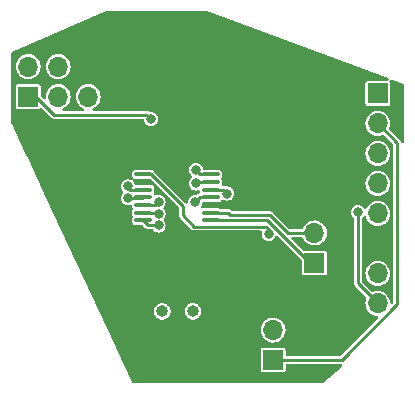
<source format=gbr>
%TF.GenerationSoftware,KiCad,Pcbnew,(6.0.7-1)-1*%
%TF.CreationDate,2023-01-22T12:43:28-05:00*%
%TF.ProjectId,atmega328,61746d65-6761-4333-9238-2e6b69636164,rev?*%
%TF.SameCoordinates,Original*%
%TF.FileFunction,Copper,L2,Bot*%
%TF.FilePolarity,Positive*%
%FSLAX46Y46*%
G04 Gerber Fmt 4.6, Leading zero omitted, Abs format (unit mm)*
G04 Created by KiCad (PCBNEW (6.0.7-1)-1) date 2023-01-22 12:43:28*
%MOMM*%
%LPD*%
G01*
G04 APERTURE LIST*
G04 Aperture macros list*
%AMRoundRect*
0 Rectangle with rounded corners*
0 $1 Rounding radius*
0 $2 $3 $4 $5 $6 $7 $8 $9 X,Y pos of 4 corners*
0 Add a 4 corners polygon primitive as box body*
4,1,4,$2,$3,$4,$5,$6,$7,$8,$9,$2,$3,0*
0 Add four circle primitives for the rounded corners*
1,1,$1+$1,$2,$3*
1,1,$1+$1,$4,$5*
1,1,$1+$1,$6,$7*
1,1,$1+$1,$8,$9*
0 Add four rect primitives between the rounded corners*
20,1,$1+$1,$2,$3,$4,$5,0*
20,1,$1+$1,$4,$5,$6,$7,0*
20,1,$1+$1,$6,$7,$8,$9,0*
20,1,$1+$1,$8,$9,$2,$3,0*%
G04 Aperture macros list end*
%TA.AperFunction,ComponentPad*%
%ADD10R,1.700000X1.700000*%
%TD*%
%TA.AperFunction,ComponentPad*%
%ADD11O,1.700000X1.700000*%
%TD*%
%TA.AperFunction,ComponentPad*%
%ADD12O,1.000000X1.000000*%
%TD*%
%TA.AperFunction,SMDPad,CuDef*%
%ADD13RoundRect,0.100000X0.637500X0.100000X-0.637500X0.100000X-0.637500X-0.100000X0.637500X-0.100000X0*%
%TD*%
%TA.AperFunction,ViaPad*%
%ADD14C,0.800000*%
%TD*%
%TA.AperFunction,Conductor*%
%ADD15C,0.250000*%
%TD*%
G04 APERTURE END LIST*
D10*
%TO.P,J3,1,Pin_1*%
%TO.N,TRM1*%
X153000000Y-118350000D03*
D11*
%TO.P,J3,2,Pin_2*%
%TO.N,TRM2*%
X153000000Y-115810000D03*
%TD*%
D10*
%TO.P,J1,1,Pin_1*%
%TO.N,A*%
X156500000Y-110125000D03*
D11*
%TO.P,J1,2,Pin_2*%
%TO.N,B*%
X156500000Y-107585000D03*
%TD*%
D12*
%TO.P,REF\u002A\u002A,1*%
%TO.N,N/C*%
X146225000Y-114225000D03*
%TD*%
D10*
%TO.P,J5,1,Pin_1*%
%TO.N,Vin*%
X161867860Y-95778570D03*
D11*
%TO.P,J5,2,Pin_2*%
%TO.N,TRM1*%
X161867860Y-98318570D03*
%TO.P,J5,3,Pin_3*%
%TO.N,U*%
X161867860Y-100858570D03*
%TO.P,J5,4,Pin_4*%
%TO.N,V*%
X161867860Y-103398570D03*
%TO.P,J5,5,Pin_5*%
%TO.N,W*%
X161867860Y-105938570D03*
%TO.P,J5,6,Pin_6*%
%TO.N,GND*%
X161867860Y-108478570D03*
%TO.P,J5,7,Pin_7*%
%TO.N,TRM2*%
X161867860Y-111018570D03*
%TO.P,J5,8,Pin_8*%
%TO.N,PWM*%
X161867860Y-113558570D03*
%TD*%
D12*
%TO.P,REF\u002A\u002A,1*%
%TO.N,N/C*%
X143625000Y-114225000D03*
%TD*%
D10*
%TO.P,PRG1,1,Pin_1*%
%TO.N,MISO*%
X132260000Y-96050000D03*
D11*
%TO.P,PRG1,2,Pin_2*%
%TO.N,VCC*%
X132260000Y-93510000D03*
%TO.P,PRG1,3,Pin_3*%
%TO.N,SCK*%
X134800000Y-96050000D03*
%TO.P,PRG1,4,Pin_4*%
%TO.N,MOSI*%
X134800000Y-93510000D03*
%TO.P,PRG1,5,Pin_5*%
%TO.N,CS*%
X137340000Y-96050000D03*
%TO.P,PRG1,6,Pin_6*%
%TO.N,GND*%
X137340000Y-93510000D03*
%TD*%
D13*
%TO.P,U1,1,~{CS}*%
%TO.N,CS*%
X147725000Y-102625000D03*
%TO.P,U1,2,CLK*%
%TO.N,SCK*%
X147725000Y-103275000D03*
%TO.P,U1,3,MISO*%
%TO.N,MISO*%
X147725000Y-103925000D03*
%TO.P,U1,4,MOSI*%
%TO.N,MOSI*%
X147725000Y-104575000D03*
%TO.P,U1,5,TST*%
%TO.N,GND*%
X147725000Y-105225000D03*
%TO.P,U1,6,B*%
%TO.N,B*%
X147725000Y-105875000D03*
%TO.P,U1,7,A*%
%TO.N,A*%
X147725000Y-106525000D03*
%TO.P,U1,8,W/PWM*%
%TO.N,W*%
X142000000Y-106525000D03*
%TO.P,U1,9,V*%
%TO.N,V*%
X142000000Y-105875000D03*
%TO.P,U1,10,U*%
%TO.N,U*%
X142000000Y-105225000D03*
%TO.P,U1,11,VDD*%
%TO.N,VCC*%
X142000000Y-104575000D03*
%TO.P,U1,12,VDD3V3*%
%TO.N,Net-(U1-Pad12)*%
X142000000Y-103925000D03*
%TO.P,U1,13,GND*%
%TO.N,GND*%
X142000000Y-103275000D03*
%TO.P,U1,14,I/PWM*%
%TO.N,PWM*%
X142000000Y-102625000D03*
%TD*%
D14*
%TO.N,GND*%
X145325000Y-117425000D03*
X158200000Y-94200000D03*
X158200000Y-96200000D03*
X158900000Y-116625000D03*
X138150000Y-106850000D03*
X144475000Y-117425000D03*
X138250000Y-100500000D03*
X139425000Y-90000000D03*
X154750000Y-100250000D03*
%TO.N,MISO*%
X142655497Y-97944503D03*
X149100000Y-104250000D03*
%TO.N,SCK*%
X146450000Y-103400000D03*
%TO.N,MOSI*%
X146403314Y-104979429D03*
%TO.N,VCC*%
X140702533Y-104648121D03*
%TO.N,Net-(U1-Pad12)*%
X140718792Y-103648753D03*
%TO.N,U*%
X143300000Y-104950000D03*
%TO.N,V*%
X143300000Y-105949503D03*
%TO.N,W*%
X143300000Y-106949006D03*
%TO.N,PWM*%
X152625000Y-107650000D03*
X160175000Y-105825000D03*
%TO.N,CS*%
X146450000Y-102250000D03*
%TD*%
D15*
%TO.N,MISO*%
X132925000Y-96050000D02*
X134450000Y-97575000D01*
X134450000Y-97575000D02*
X142275000Y-97575000D01*
X147725000Y-103925000D02*
X148775000Y-103925000D01*
X142275000Y-97575000D02*
X142650000Y-97950000D01*
X132260000Y-96050000D02*
X132925000Y-96050000D01*
X142650000Y-97950000D02*
X142655497Y-97944503D01*
X148775000Y-103925000D02*
X149100000Y-104250000D01*
%TO.N,SCK*%
X147725000Y-103275000D02*
X146575000Y-103275000D01*
X146575000Y-103275000D02*
X146450000Y-103400000D01*
%TO.N,MOSI*%
X147725000Y-104575000D02*
X146807743Y-104575000D01*
X146807743Y-104575000D02*
X146403314Y-104979429D01*
%TO.N,VCC*%
X140702533Y-104648121D02*
X141926879Y-104648121D01*
X141926879Y-104648121D02*
X142000000Y-104575000D01*
%TO.N,A*%
X147725000Y-106525000D02*
X152525000Y-106525000D01*
X152525000Y-106525000D02*
X156125000Y-110125000D01*
X156125000Y-110125000D02*
X156500000Y-110125000D01*
%TO.N,B*%
X152725000Y-106075000D02*
X154235000Y-107585000D01*
X149350000Y-106075000D02*
X152725000Y-106075000D01*
X147725000Y-105875000D02*
X149150000Y-105875000D01*
X149150000Y-105875000D02*
X149350000Y-106075000D01*
X154235000Y-107585000D02*
X156500000Y-107585000D01*
%TO.N,TRM1*%
X161867860Y-98318570D02*
X163504303Y-99955013D01*
X163504303Y-99955013D02*
X163504303Y-113645697D01*
X158800000Y-118350000D02*
X153000000Y-118350000D01*
X163504303Y-113645697D02*
X158800000Y-118350000D01*
%TO.N,Net-(U1-Pad12)*%
X142000000Y-103925000D02*
X140925000Y-103925000D01*
X140718792Y-103718792D02*
X140718792Y-103648753D01*
X140925000Y-103925000D02*
X140718792Y-103718792D01*
%TO.N,U*%
X143025000Y-105225000D02*
X143300000Y-104950000D01*
X142000000Y-105225000D02*
X143025000Y-105225000D01*
%TO.N,V*%
X142000000Y-105875000D02*
X143225497Y-105875000D01*
X143225497Y-105875000D02*
X143300000Y-105949503D01*
%TO.N,W*%
X142000000Y-106525000D02*
X142424006Y-106949006D01*
X142424006Y-106949006D02*
X143300000Y-106949006D01*
%TO.N,PWM*%
X160175000Y-111865710D02*
X160175000Y-105825000D01*
X145375000Y-105311459D02*
X145375000Y-106100000D01*
X145375000Y-106100000D02*
X146325000Y-107050000D01*
X142688541Y-102625000D02*
X145375000Y-105311459D01*
X161867860Y-113558570D02*
X160175000Y-111865710D01*
X152644302Y-107630698D02*
X152625000Y-107650000D01*
X152644302Y-107280698D02*
X152644302Y-107630698D01*
X142000000Y-102625000D02*
X142688541Y-102625000D01*
X146325000Y-107050000D02*
X152413604Y-107050000D01*
X152413604Y-107050000D02*
X152644302Y-107280698D01*
%TO.N,CS*%
X146825000Y-102625000D02*
X146450000Y-102250000D01*
X147725000Y-102625000D02*
X146825000Y-102625000D01*
%TD*%
%TA.AperFunction,Conductor*%
%TO.N,GND*%
G36*
X147362228Y-88812489D02*
G01*
X162695706Y-94483894D01*
X162752657Y-94526286D01*
X162777650Y-94592738D01*
X162762748Y-94662153D01*
X162712683Y-94712492D01*
X162651996Y-94728070D01*
X160998112Y-94728070D01*
X160992044Y-94729277D01*
X160951799Y-94737282D01*
X160951798Y-94737282D01*
X160939629Y-94739703D01*
X160873308Y-94784018D01*
X160828993Y-94850339D01*
X160817360Y-94908822D01*
X160817360Y-96648318D01*
X160828993Y-96706801D01*
X160873308Y-96773122D01*
X160939629Y-96817437D01*
X160951798Y-96819858D01*
X160951799Y-96819858D01*
X160992044Y-96827863D01*
X160998112Y-96829070D01*
X162737608Y-96829070D01*
X162743676Y-96827863D01*
X162783921Y-96819858D01*
X162783922Y-96819858D01*
X162796091Y-96817437D01*
X162862412Y-96773122D01*
X162906727Y-96706801D01*
X162918360Y-96648318D01*
X162918360Y-94908822D01*
X162906727Y-94850339D01*
X162866522Y-94790169D01*
X162845307Y-94722416D01*
X162864090Y-94653949D01*
X162916906Y-94606505D01*
X162986989Y-94595148D01*
X163014995Y-94601990D01*
X163177656Y-94662153D01*
X164008372Y-94969411D01*
X164065324Y-95011803D01*
X164090316Y-95078255D01*
X164090661Y-95088179D01*
X164070544Y-99373449D01*
X164068354Y-99839840D01*
X164048032Y-99907866D01*
X163994159Y-99954106D01*
X163923838Y-99963880D01*
X163859396Y-99934084D01*
X163821294Y-99874178D01*
X163818269Y-99861127D01*
X163816805Y-99852822D01*
X163816805Y-99852821D01*
X163814891Y-99841968D01*
X163809381Y-99832424D01*
X163808188Y-99829147D01*
X163806711Y-99825979D01*
X163803857Y-99815329D01*
X163782248Y-99784469D01*
X163776342Y-99775198D01*
X163763010Y-99752107D01*
X163757497Y-99742558D01*
X163728620Y-99718328D01*
X163720518Y-99710902D01*
X162868575Y-98858959D01*
X162834549Y-98796647D01*
X162838112Y-98730092D01*
X162895264Y-98558285D01*
X162897211Y-98552433D01*
X162923031Y-98348044D01*
X162923443Y-98318570D01*
X162903340Y-98113540D01*
X162843795Y-97916319D01*
X162747078Y-97734419D01*
X162666084Y-97635111D01*
X162620766Y-97579545D01*
X162620763Y-97579542D01*
X162616871Y-97574770D01*
X162599646Y-97560520D01*
X162462885Y-97447381D01*
X162462881Y-97447379D01*
X162458135Y-97443452D01*
X162294339Y-97354888D01*
X162282334Y-97348397D01*
X162276915Y-97345467D01*
X162080114Y-97284547D01*
X162073989Y-97283903D01*
X162073988Y-97283903D01*
X161881358Y-97263657D01*
X161881356Y-97263657D01*
X161875229Y-97263013D01*
X161788389Y-97270916D01*
X161676202Y-97281125D01*
X161676199Y-97281126D01*
X161670063Y-97281684D01*
X161472432Y-97339850D01*
X161289862Y-97435296D01*
X161285061Y-97439156D01*
X161285058Y-97439158D01*
X161134114Y-97560520D01*
X161129307Y-97564385D01*
X160996884Y-97722200D01*
X160993916Y-97727598D01*
X160993913Y-97727603D01*
X160913127Y-97874554D01*
X160897636Y-97902732D01*
X160835344Y-98099102D01*
X160834658Y-98105219D01*
X160834657Y-98105223D01*
X160819572Y-98239714D01*
X160812380Y-98303832D01*
X160829619Y-98509123D01*
X160886404Y-98707156D01*
X160889219Y-98712633D01*
X160889220Y-98712636D01*
X160932396Y-98796647D01*
X160980572Y-98890388D01*
X161108537Y-99051840D01*
X161265424Y-99185361D01*
X161445258Y-99285867D01*
X161520212Y-99310221D01*
X161635331Y-99347626D01*
X161635335Y-99347627D01*
X161641189Y-99349529D01*
X161845754Y-99373921D01*
X161851889Y-99373449D01*
X161851891Y-99373449D01*
X161907899Y-99369139D01*
X162051160Y-99358116D01*
X162057090Y-99356460D01*
X162057092Y-99356460D01*
X162243657Y-99304370D01*
X162243656Y-99304370D01*
X162249585Y-99302715D01*
X162255081Y-99299939D01*
X162262582Y-99296150D01*
X162332404Y-99283291D01*
X162398095Y-99310221D01*
X162408486Y-99319522D01*
X163141898Y-100052934D01*
X163175924Y-100115246D01*
X163178803Y-100142029D01*
X163178803Y-113458681D01*
X163158801Y-113526802D01*
X163141898Y-113547776D01*
X163130469Y-113559205D01*
X163068157Y-113593231D01*
X162997342Y-113588166D01*
X162940506Y-113545619D01*
X162915975Y-113482405D01*
X162903941Y-113359673D01*
X162903340Y-113353540D01*
X162843795Y-113156319D01*
X162747078Y-112974419D01*
X162673719Y-112884472D01*
X162620766Y-112819545D01*
X162620763Y-112819542D01*
X162616871Y-112814770D01*
X162562292Y-112769618D01*
X162462885Y-112687381D01*
X162462881Y-112687379D01*
X162458135Y-112683452D01*
X162276915Y-112585467D01*
X162080114Y-112524547D01*
X162073989Y-112523903D01*
X162073988Y-112523903D01*
X161881358Y-112503657D01*
X161881356Y-112503657D01*
X161875229Y-112503013D01*
X161788389Y-112510916D01*
X161676202Y-112521125D01*
X161676199Y-112521126D01*
X161670063Y-112521684D01*
X161472432Y-112579850D01*
X161466968Y-112582707D01*
X161462641Y-112584455D01*
X161391988Y-112591430D01*
X161326342Y-112556726D01*
X160537405Y-111767789D01*
X160503379Y-111705477D01*
X160500500Y-111678694D01*
X160500500Y-111003832D01*
X160812380Y-111003832D01*
X160812896Y-111009976D01*
X160826796Y-111175500D01*
X160829619Y-111209123D01*
X160886404Y-111407156D01*
X160889219Y-111412633D01*
X160889220Y-111412636D01*
X160910107Y-111453277D01*
X160980572Y-111590388D01*
X161108537Y-111751840D01*
X161113230Y-111755834D01*
X161113231Y-111755835D01*
X161225633Y-111851496D01*
X161265424Y-111885361D01*
X161270802Y-111888367D01*
X161270804Y-111888368D01*
X161314168Y-111912603D01*
X161445258Y-111985867D01*
X161505356Y-112005394D01*
X161635331Y-112047626D01*
X161635335Y-112047627D01*
X161641189Y-112049529D01*
X161845754Y-112073921D01*
X161851889Y-112073449D01*
X161851891Y-112073449D01*
X161914699Y-112068616D01*
X162051160Y-112058116D01*
X162057090Y-112056460D01*
X162057092Y-112056460D01*
X162207644Y-112014425D01*
X162249585Y-112002715D01*
X162255074Y-111999942D01*
X162255080Y-111999940D01*
X162427976Y-111912603D01*
X162433470Y-111909828D01*
X162453068Y-111894517D01*
X162590961Y-111786783D01*
X162595811Y-111782994D01*
X162608936Y-111767789D01*
X162726400Y-111631704D01*
X162726400Y-111631703D01*
X162730424Y-111627042D01*
X162751247Y-111590388D01*
X162829136Y-111453277D01*
X162832183Y-111447914D01*
X162897211Y-111252433D01*
X162923031Y-111048044D01*
X162923443Y-111018570D01*
X162903340Y-110813540D01*
X162843795Y-110616319D01*
X162747078Y-110434419D01*
X162673719Y-110344472D01*
X162620766Y-110279545D01*
X162620763Y-110279542D01*
X162616871Y-110274770D01*
X162599646Y-110260520D01*
X162462885Y-110147381D01*
X162462881Y-110147379D01*
X162458135Y-110143452D01*
X162276915Y-110045467D01*
X162080114Y-109984547D01*
X162073989Y-109983903D01*
X162073988Y-109983903D01*
X161881358Y-109963657D01*
X161881356Y-109963657D01*
X161875229Y-109963013D01*
X161788389Y-109970916D01*
X161676202Y-109981125D01*
X161676199Y-109981126D01*
X161670063Y-109981684D01*
X161472432Y-110039850D01*
X161289862Y-110135296D01*
X161285061Y-110139156D01*
X161285058Y-110139158D01*
X161274831Y-110147381D01*
X161129307Y-110264385D01*
X160996884Y-110422200D01*
X160993916Y-110427598D01*
X160993913Y-110427603D01*
X160987175Y-110439860D01*
X160897636Y-110602732D01*
X160835344Y-110799102D01*
X160834658Y-110805219D01*
X160834657Y-110805223D01*
X160821551Y-110922070D01*
X160812380Y-111003832D01*
X160500500Y-111003832D01*
X160500500Y-106394286D01*
X160520502Y-106326165D01*
X160549796Y-106294323D01*
X160596736Y-106258305D01*
X160603282Y-106253282D01*
X160608305Y-106246736D01*
X160608308Y-106246733D01*
X160641786Y-106203103D01*
X160699124Y-106161235D01*
X160769995Y-106157013D01*
X160831898Y-106191777D01*
X160862868Y-106245076D01*
X160882189Y-106312455D01*
X160886404Y-106327156D01*
X160889219Y-106332633D01*
X160889220Y-106332636D01*
X160977757Y-106504911D01*
X160980572Y-106510388D01*
X161108537Y-106671840D01*
X161113230Y-106675834D01*
X161113231Y-106675835D01*
X161256955Y-106798153D01*
X161265424Y-106805361D01*
X161445258Y-106905867D01*
X161504374Y-106925075D01*
X161635331Y-106967626D01*
X161635335Y-106967627D01*
X161641189Y-106969529D01*
X161845754Y-106993921D01*
X161851889Y-106993449D01*
X161851891Y-106993449D01*
X161914517Y-106988630D01*
X162051160Y-106978116D01*
X162057090Y-106976460D01*
X162057092Y-106976460D01*
X162243657Y-106924370D01*
X162243656Y-106924370D01*
X162249585Y-106922715D01*
X162255074Y-106919942D01*
X162255080Y-106919940D01*
X162427976Y-106832603D01*
X162433470Y-106829828D01*
X162471096Y-106800432D01*
X162582858Y-106713114D01*
X162595811Y-106702994D01*
X162621397Y-106673353D01*
X162726400Y-106551704D01*
X162726400Y-106551703D01*
X162730424Y-106547042D01*
X162751247Y-106510388D01*
X162797683Y-106428645D01*
X162832183Y-106367914D01*
X162897211Y-106172433D01*
X162923031Y-105968044D01*
X162923443Y-105938570D01*
X162903340Y-105733540D01*
X162843795Y-105536319D01*
X162747078Y-105354419D01*
X162664138Y-105252725D01*
X162620766Y-105199545D01*
X162620763Y-105199542D01*
X162616871Y-105194770D01*
X162589075Y-105171775D01*
X162462885Y-105067381D01*
X162462881Y-105067379D01*
X162458135Y-105063452D01*
X162320951Y-104989277D01*
X162282334Y-104968397D01*
X162276915Y-104965467D01*
X162080114Y-104904547D01*
X162073989Y-104903903D01*
X162073988Y-104903903D01*
X161881358Y-104883657D01*
X161881356Y-104883657D01*
X161875229Y-104883013D01*
X161788389Y-104890916D01*
X161676202Y-104901125D01*
X161676199Y-104901126D01*
X161670063Y-104901684D01*
X161472432Y-104959850D01*
X161466967Y-104962707D01*
X161434981Y-104979429D01*
X161289862Y-105055296D01*
X161285061Y-105059156D01*
X161285058Y-105059158D01*
X161235500Y-105099004D01*
X161129307Y-105184385D01*
X160996884Y-105342200D01*
X160993916Y-105347598D01*
X160993913Y-105347603D01*
X160932731Y-105458895D01*
X160910972Y-105498475D01*
X160908070Y-105503753D01*
X160857725Y-105553811D01*
X160788308Y-105568705D01*
X160721858Y-105543704D01*
X160697692Y-105519756D01*
X160682432Y-105499868D01*
X160622005Y-105421118D01*
X160608305Y-105403264D01*
X160603282Y-105396718D01*
X160477841Y-105300464D01*
X160331762Y-105239956D01*
X160175000Y-105219318D01*
X160018238Y-105239956D01*
X159872159Y-105300464D01*
X159746718Y-105396718D01*
X159741695Y-105403264D01*
X159727995Y-105421118D01*
X159650464Y-105522159D01*
X159589956Y-105668238D01*
X159569318Y-105825000D01*
X159589956Y-105981762D01*
X159650464Y-106127841D01*
X159684681Y-106172433D01*
X159740144Y-106244714D01*
X159746718Y-106253282D01*
X159753264Y-106258305D01*
X159800204Y-106294323D01*
X159842071Y-106351661D01*
X159849500Y-106394286D01*
X159849500Y-111846000D01*
X159849020Y-111856982D01*
X159845736Y-111894517D01*
X159855491Y-111930920D01*
X159857870Y-111941652D01*
X159864412Y-111978755D01*
X159869923Y-111988300D01*
X159871115Y-111991576D01*
X159872592Y-111994744D01*
X159875446Y-112005394D01*
X159881770Y-112014425D01*
X159897055Y-112036254D01*
X159902961Y-112045525D01*
X159909275Y-112056460D01*
X159921806Y-112078165D01*
X159930251Y-112085251D01*
X159950682Y-112102395D01*
X159958785Y-112109821D01*
X160866117Y-113017153D01*
X160900143Y-113079465D01*
X160897124Y-113144346D01*
X160835344Y-113339102D01*
X160834658Y-113345219D01*
X160834657Y-113345223D01*
X160814506Y-113524879D01*
X160812380Y-113543832D01*
X160812896Y-113549976D01*
X160826856Y-113716216D01*
X160829619Y-113749123D01*
X160831318Y-113755048D01*
X160874368Y-113905180D01*
X160886404Y-113947156D01*
X160980572Y-114130388D01*
X161108537Y-114291840D01*
X161113230Y-114295834D01*
X161113231Y-114295835D01*
X161219334Y-114386135D01*
X161265424Y-114425361D01*
X161445258Y-114525867D01*
X161540098Y-114556682D01*
X161635331Y-114587626D01*
X161635335Y-114587627D01*
X161641189Y-114589529D01*
X161647301Y-114590258D01*
X161647302Y-114590258D01*
X161793588Y-114607701D01*
X161858861Y-114635628D01*
X161898674Y-114694411D01*
X161900386Y-114765387D01*
X161867764Y-114821910D01*
X158702079Y-117987595D01*
X158639767Y-118021621D01*
X158612984Y-118024500D01*
X154176500Y-118024500D01*
X154108379Y-118004498D01*
X154061886Y-117950842D01*
X154050500Y-117898500D01*
X154050500Y-117480252D01*
X154038867Y-117421769D01*
X153994552Y-117355448D01*
X153928231Y-117311133D01*
X153916062Y-117308712D01*
X153916061Y-117308712D01*
X153875816Y-117300707D01*
X153869748Y-117299500D01*
X152130252Y-117299500D01*
X152124184Y-117300707D01*
X152083939Y-117308712D01*
X152083938Y-117308712D01*
X152071769Y-117311133D01*
X152005448Y-117355448D01*
X151961133Y-117421769D01*
X151949500Y-117480252D01*
X151949500Y-119219748D01*
X151961133Y-119278231D01*
X152005448Y-119344552D01*
X152071769Y-119388867D01*
X152083938Y-119391288D01*
X152083939Y-119391288D01*
X152124184Y-119399293D01*
X152130252Y-119400500D01*
X153869748Y-119400500D01*
X153875816Y-119399293D01*
X153916061Y-119391288D01*
X153916062Y-119391288D01*
X153928231Y-119388867D01*
X153994552Y-119344552D01*
X154038867Y-119278231D01*
X154050500Y-119219748D01*
X154050500Y-118801500D01*
X154070502Y-118733379D01*
X154124158Y-118686886D01*
X154176500Y-118675500D01*
X158734821Y-118675500D01*
X158802942Y-118695502D01*
X158849435Y-118749158D01*
X158859539Y-118819432D01*
X158830045Y-118884012D01*
X158817396Y-118896671D01*
X158313081Y-119334239D01*
X157235516Y-120269185D01*
X157170954Y-120298720D01*
X157152982Y-120300014D01*
X141171399Y-120304642D01*
X141103274Y-120284660D01*
X141057152Y-120231855D01*
X140358999Y-118733379D01*
X138990104Y-115795262D01*
X151944520Y-115795262D01*
X151961759Y-116000553D01*
X152018544Y-116198586D01*
X152021359Y-116204063D01*
X152021360Y-116204066D01*
X152042247Y-116244707D01*
X152112712Y-116381818D01*
X152240677Y-116543270D01*
X152397564Y-116676791D01*
X152577398Y-116777297D01*
X152672238Y-116808113D01*
X152767471Y-116839056D01*
X152767475Y-116839057D01*
X152773329Y-116840959D01*
X152977894Y-116865351D01*
X152984029Y-116864879D01*
X152984031Y-116864879D01*
X153040039Y-116860569D01*
X153183300Y-116849546D01*
X153189230Y-116847890D01*
X153189232Y-116847890D01*
X153375797Y-116795800D01*
X153375796Y-116795800D01*
X153381725Y-116794145D01*
X153387214Y-116791372D01*
X153387220Y-116791370D01*
X153560116Y-116704033D01*
X153565610Y-116701258D01*
X153587202Y-116684389D01*
X153723101Y-116578213D01*
X153727951Y-116574424D01*
X153862564Y-116418472D01*
X153883387Y-116381818D01*
X153961276Y-116244707D01*
X153964323Y-116239344D01*
X154029351Y-116043863D01*
X154055171Y-115839474D01*
X154055583Y-115810000D01*
X154035480Y-115604970D01*
X153975935Y-115407749D01*
X153879218Y-115225849D01*
X153805859Y-115135902D01*
X153752906Y-115070975D01*
X153752903Y-115070972D01*
X153749011Y-115066200D01*
X153609397Y-114950701D01*
X153595025Y-114938811D01*
X153595021Y-114938809D01*
X153590275Y-114934882D01*
X153409055Y-114836897D01*
X153212254Y-114775977D01*
X153206129Y-114775333D01*
X153206128Y-114775333D01*
X153013498Y-114755087D01*
X153013496Y-114755087D01*
X153007369Y-114754443D01*
X152920529Y-114762346D01*
X152808342Y-114772555D01*
X152808339Y-114772556D01*
X152802203Y-114773114D01*
X152604572Y-114831280D01*
X152422002Y-114926726D01*
X152417201Y-114930586D01*
X152417198Y-114930588D01*
X152266254Y-115051950D01*
X152261447Y-115055815D01*
X152129024Y-115213630D01*
X152126056Y-115219028D01*
X152126053Y-115219033D01*
X152119315Y-115231290D01*
X152029776Y-115394162D01*
X151967484Y-115590532D01*
X151966798Y-115596649D01*
X151966797Y-115596653D01*
X151952335Y-115725591D01*
X151944520Y-115795262D01*
X138990104Y-115795262D01*
X138255062Y-114217611D01*
X142919394Y-114217611D01*
X142937999Y-114386135D01*
X142948448Y-114414687D01*
X142988034Y-114522860D01*
X142996266Y-114545356D01*
X143000502Y-114551659D01*
X143000502Y-114551660D01*
X143013574Y-114571113D01*
X143090830Y-114686083D01*
X143096442Y-114691190D01*
X143096445Y-114691193D01*
X143210612Y-114795077D01*
X143210616Y-114795080D01*
X143216233Y-114800191D01*
X143222906Y-114803814D01*
X143222910Y-114803817D01*
X143358558Y-114877467D01*
X143358560Y-114877468D01*
X143365235Y-114881092D01*
X143372584Y-114883020D01*
X143521883Y-114922188D01*
X143521885Y-114922188D01*
X143529233Y-114924116D01*
X143615609Y-114925473D01*
X143691161Y-114926660D01*
X143691164Y-114926660D01*
X143698760Y-114926779D01*
X143706165Y-114925083D01*
X143706166Y-114925083D01*
X143766586Y-114911245D01*
X143864029Y-114888928D01*
X144015498Y-114812747D01*
X144144423Y-114702634D01*
X144243361Y-114564947D01*
X144251237Y-114545356D01*
X144303766Y-114414687D01*
X144303767Y-114414685D01*
X144306601Y-114407634D01*
X144330490Y-114239778D01*
X144330645Y-114225000D01*
X144329751Y-114217611D01*
X145519394Y-114217611D01*
X145537999Y-114386135D01*
X145548448Y-114414687D01*
X145588034Y-114522860D01*
X145596266Y-114545356D01*
X145600502Y-114551659D01*
X145600502Y-114551660D01*
X145613574Y-114571113D01*
X145690830Y-114686083D01*
X145696442Y-114691190D01*
X145696445Y-114691193D01*
X145810612Y-114795077D01*
X145810616Y-114795080D01*
X145816233Y-114800191D01*
X145822906Y-114803814D01*
X145822910Y-114803817D01*
X145958558Y-114877467D01*
X145958560Y-114877468D01*
X145965235Y-114881092D01*
X145972584Y-114883020D01*
X146121883Y-114922188D01*
X146121885Y-114922188D01*
X146129233Y-114924116D01*
X146215609Y-114925473D01*
X146291161Y-114926660D01*
X146291164Y-114926660D01*
X146298760Y-114926779D01*
X146306165Y-114925083D01*
X146306166Y-114925083D01*
X146366586Y-114911245D01*
X146464029Y-114888928D01*
X146615498Y-114812747D01*
X146744423Y-114702634D01*
X146843361Y-114564947D01*
X146851237Y-114545356D01*
X146903766Y-114414687D01*
X146903767Y-114414685D01*
X146906601Y-114407634D01*
X146930490Y-114239778D01*
X146930645Y-114225000D01*
X146928840Y-114210080D01*
X146919780Y-114135216D01*
X146910276Y-114056680D01*
X146850345Y-113898077D01*
X146844662Y-113889808D01*
X146758614Y-113764608D01*
X146758613Y-113764607D01*
X146754312Y-113758349D01*
X146742514Y-113747837D01*
X146633392Y-113650612D01*
X146633388Y-113650610D01*
X146627721Y-113645560D01*
X146601150Y-113631491D01*
X146519092Y-113588044D01*
X146477881Y-113566224D01*
X146313441Y-113524919D01*
X146305843Y-113524879D01*
X146305841Y-113524879D01*
X146228668Y-113524475D01*
X146143895Y-113524031D01*
X146136508Y-113525805D01*
X146136504Y-113525805D01*
X146000033Y-113558570D01*
X145979032Y-113563612D01*
X145972288Y-113567093D01*
X145972285Y-113567094D01*
X145921646Y-113593231D01*
X145828369Y-113641375D01*
X145700604Y-113752831D01*
X145603113Y-113891547D01*
X145541524Y-114049513D01*
X145519394Y-114217611D01*
X144329751Y-114217611D01*
X144328840Y-114210080D01*
X144319780Y-114135216D01*
X144310276Y-114056680D01*
X144250345Y-113898077D01*
X144244662Y-113889808D01*
X144158614Y-113764608D01*
X144158613Y-113764607D01*
X144154312Y-113758349D01*
X144142514Y-113747837D01*
X144033392Y-113650612D01*
X144033388Y-113650610D01*
X144027721Y-113645560D01*
X144001150Y-113631491D01*
X143919092Y-113588044D01*
X143877881Y-113566224D01*
X143713441Y-113524919D01*
X143705843Y-113524879D01*
X143705841Y-113524879D01*
X143628668Y-113524475D01*
X143543895Y-113524031D01*
X143536508Y-113525805D01*
X143536504Y-113525805D01*
X143400033Y-113558570D01*
X143379032Y-113563612D01*
X143372288Y-113567093D01*
X143372285Y-113567094D01*
X143321646Y-113593231D01*
X143228369Y-113641375D01*
X143100604Y-113752831D01*
X143003113Y-113891547D01*
X142941524Y-114049513D01*
X142919394Y-114217611D01*
X138255062Y-114217611D01*
X133796549Y-104648121D01*
X140096851Y-104648121D01*
X140117489Y-104804883D01*
X140177997Y-104950962D01*
X140274251Y-105076403D01*
X140399692Y-105172657D01*
X140545771Y-105233165D01*
X140702533Y-105253803D01*
X140710721Y-105252725D01*
X140851107Y-105234243D01*
X140859295Y-105233165D01*
X140866923Y-105230005D01*
X140866928Y-105230004D01*
X140887781Y-105221366D01*
X140958371Y-105213776D01*
X141021858Y-105245555D01*
X141058086Y-105306612D01*
X141062000Y-105337774D01*
X141062000Y-105369646D01*
X141065118Y-105395846D01*
X141068956Y-105404486D01*
X141068956Y-105404487D01*
X141110561Y-105498153D01*
X141106699Y-105499868D01*
X141121853Y-105546146D01*
X141107546Y-105601088D01*
X141110259Y-105602287D01*
X141064994Y-105704673D01*
X141062000Y-105730354D01*
X141062000Y-106019646D01*
X141065118Y-106045846D01*
X141068956Y-106054486D01*
X141068956Y-106054487D01*
X141110561Y-106148153D01*
X141106699Y-106149868D01*
X141121853Y-106196146D01*
X141107546Y-106251088D01*
X141110259Y-106252287D01*
X141064994Y-106354673D01*
X141062000Y-106380354D01*
X141062000Y-106669646D01*
X141062441Y-106673350D01*
X141062441Y-106673353D01*
X141063321Y-106680746D01*
X141065118Y-106695846D01*
X141068956Y-106704486D01*
X141068956Y-106704487D01*
X141104548Y-106784615D01*
X141110561Y-106798153D01*
X141189787Y-106877241D01*
X141200424Y-106881944D01*
X141200426Y-106881945D01*
X141247735Y-106902860D01*
X141292173Y-106922506D01*
X141317854Y-106925500D01*
X141887984Y-106925500D01*
X141956105Y-106945502D01*
X141977079Y-106962405D01*
X142179895Y-107165221D01*
X142187322Y-107173325D01*
X142211551Y-107202200D01*
X142221100Y-107207713D01*
X142244191Y-107221045D01*
X142253462Y-107226951D01*
X142284322Y-107248560D01*
X142294972Y-107251414D01*
X142298140Y-107252891D01*
X142301416Y-107254083D01*
X142310961Y-107259594D01*
X142344705Y-107265544D01*
X142348064Y-107266136D01*
X142358791Y-107268514D01*
X142395199Y-107278270D01*
X142406184Y-107277309D01*
X142406186Y-107277309D01*
X142432734Y-107274986D01*
X142443716Y-107274506D01*
X142730714Y-107274506D01*
X142798835Y-107294508D01*
X142830677Y-107323802D01*
X142863924Y-107367130D01*
X142871718Y-107377288D01*
X142997159Y-107473542D01*
X143143238Y-107534050D01*
X143300000Y-107554688D01*
X143308188Y-107553610D01*
X143448574Y-107535128D01*
X143456762Y-107534050D01*
X143602841Y-107473542D01*
X143728282Y-107377288D01*
X143736077Y-107367130D01*
X143807149Y-107274506D01*
X143824536Y-107251847D01*
X143885044Y-107105768D01*
X143905682Y-106949006D01*
X143885044Y-106792244D01*
X143824536Y-106646165D01*
X143744365Y-106541684D01*
X143732299Y-106525959D01*
X143706699Y-106459738D01*
X143720964Y-106390190D01*
X143732299Y-106372552D01*
X143819507Y-106258899D01*
X143819509Y-106258895D01*
X143824536Y-106252344D01*
X143885044Y-106106265D01*
X143905682Y-105949503D01*
X143888145Y-105816293D01*
X143886122Y-105800929D01*
X143885044Y-105792741D01*
X143824536Y-105646662D01*
X143732299Y-105526456D01*
X143706699Y-105460235D01*
X143720964Y-105390687D01*
X143732299Y-105373049D01*
X143819507Y-105259396D01*
X143819509Y-105259392D01*
X143824536Y-105252841D01*
X143885044Y-105106762D01*
X143905682Y-104950000D01*
X143885044Y-104793238D01*
X143824536Y-104647159D01*
X143728282Y-104521718D01*
X143602841Y-104425464D01*
X143456762Y-104364956D01*
X143300000Y-104344318D01*
X143143238Y-104364956D01*
X143135611Y-104368115D01*
X143135608Y-104368116D01*
X143066053Y-104396927D01*
X142995463Y-104404516D01*
X142931976Y-104372737D01*
X142902686Y-104331670D01*
X142889439Y-104301847D01*
X142893301Y-104300131D01*
X142878147Y-104253854D01*
X142892454Y-104198912D01*
X142889741Y-104197713D01*
X142917097Y-104135835D01*
X142935006Y-104095327D01*
X142938000Y-104069646D01*
X142938000Y-103780354D01*
X142934882Y-103754154D01*
X142922139Y-103725464D01*
X142894163Y-103662482D01*
X142889439Y-103651847D01*
X142878138Y-103640565D01*
X142831932Y-103594440D01*
X142810213Y-103572759D01*
X142799576Y-103568056D01*
X142799574Y-103568055D01*
X142716492Y-103531325D01*
X142716493Y-103531325D01*
X142707827Y-103527494D01*
X142682146Y-103524500D01*
X141401492Y-103524500D01*
X141333371Y-103504498D01*
X141285083Y-103446718D01*
X141280609Y-103435916D01*
X141243328Y-103345912D01*
X141147074Y-103220471D01*
X141147985Y-103219772D01*
X141117729Y-103164363D01*
X141122794Y-103093548D01*
X141165341Y-103036712D01*
X141231861Y-103011901D01*
X141273552Y-103019172D01*
X141274367Y-103016183D01*
X141283507Y-103018675D01*
X141292173Y-103022506D01*
X141317854Y-103025500D01*
X142576525Y-103025500D01*
X142644646Y-103045502D01*
X142665620Y-103062405D01*
X145012595Y-105409380D01*
X145046621Y-105471692D01*
X145049500Y-105498475D01*
X145049500Y-106080290D01*
X145049020Y-106091272D01*
X145045736Y-106128807D01*
X145054426Y-106161235D01*
X145055491Y-106165210D01*
X145057870Y-106175942D01*
X145064412Y-106213045D01*
X145069923Y-106222590D01*
X145071115Y-106225866D01*
X145072592Y-106229034D01*
X145075446Y-106239684D01*
X145084271Y-106252287D01*
X145097055Y-106270544D01*
X145102961Y-106279815D01*
X145116293Y-106302906D01*
X145121806Y-106312455D01*
X145130251Y-106319541D01*
X145150682Y-106336685D01*
X145158785Y-106344111D01*
X146080889Y-107266215D01*
X146088316Y-107274319D01*
X146112545Y-107303194D01*
X146122094Y-107308707D01*
X146145185Y-107322039D01*
X146154456Y-107327945D01*
X146185316Y-107349554D01*
X146195966Y-107352408D01*
X146199134Y-107353885D01*
X146202410Y-107355077D01*
X146211955Y-107360588D01*
X146245699Y-107366538D01*
X146249058Y-107367130D01*
X146259785Y-107369508D01*
X146296193Y-107379264D01*
X146307169Y-107378304D01*
X146307172Y-107378304D01*
X146333743Y-107375979D01*
X146344724Y-107375500D01*
X151911781Y-107375500D01*
X151979902Y-107395502D01*
X152026395Y-107449158D01*
X152036703Y-107517946D01*
X152019318Y-107650000D01*
X152039956Y-107806762D01*
X152100464Y-107952841D01*
X152196718Y-108078282D01*
X152322159Y-108174536D01*
X152468238Y-108235044D01*
X152625000Y-108255682D01*
X152633188Y-108254604D01*
X152773574Y-108236122D01*
X152781762Y-108235044D01*
X152927841Y-108174536D01*
X153053282Y-108078282D01*
X153149536Y-107952841D01*
X153177829Y-107884536D01*
X153222378Y-107829255D01*
X153289741Y-107806834D01*
X153358532Y-107824392D01*
X153383333Y-107843659D01*
X155412595Y-109872921D01*
X155446621Y-109935233D01*
X155449500Y-109962016D01*
X155449500Y-110994748D01*
X155461133Y-111053231D01*
X155505448Y-111119552D01*
X155571769Y-111163867D01*
X155583938Y-111166288D01*
X155583939Y-111166288D01*
X155624184Y-111174293D01*
X155630252Y-111175500D01*
X157369748Y-111175500D01*
X157375816Y-111174293D01*
X157416061Y-111166288D01*
X157416062Y-111166288D01*
X157428231Y-111163867D01*
X157494552Y-111119552D01*
X157538867Y-111053231D01*
X157550500Y-110994748D01*
X157550500Y-109255252D01*
X157538867Y-109196769D01*
X157494552Y-109130448D01*
X157428231Y-109086133D01*
X157416062Y-109083712D01*
X157416061Y-109083712D01*
X157375816Y-109075707D01*
X157369748Y-109074500D01*
X155630252Y-109074500D01*
X155624184Y-109075707D01*
X155616707Y-109077194D01*
X155545993Y-109070863D01*
X155503035Y-109042709D01*
X154585921Y-108125595D01*
X154551895Y-108063283D01*
X154556960Y-107992468D01*
X154599507Y-107935632D01*
X154666027Y-107910821D01*
X154675016Y-107910500D01*
X155409211Y-107910500D01*
X155477332Y-107930502D01*
X155521278Y-107978906D01*
X155596666Y-108125595D01*
X155612712Y-108156818D01*
X155740677Y-108318270D01*
X155897564Y-108451791D01*
X156077398Y-108552297D01*
X156172238Y-108583113D01*
X156267471Y-108614056D01*
X156267475Y-108614057D01*
X156273329Y-108615959D01*
X156477894Y-108640351D01*
X156484029Y-108639879D01*
X156484031Y-108639879D01*
X156540039Y-108635569D01*
X156683300Y-108624546D01*
X156689230Y-108622890D01*
X156689232Y-108622890D01*
X156875797Y-108570800D01*
X156875796Y-108570800D01*
X156881725Y-108569145D01*
X156887214Y-108566372D01*
X156887220Y-108566370D01*
X157060116Y-108479033D01*
X157065610Y-108476258D01*
X157227951Y-108349424D01*
X157362564Y-108193472D01*
X157383387Y-108156818D01*
X157401124Y-108125595D01*
X157464323Y-108014344D01*
X157529351Y-107818863D01*
X157555171Y-107614474D01*
X157555583Y-107585000D01*
X157535480Y-107379970D01*
X157475935Y-107182749D01*
X157379218Y-107000849D01*
X157282242Y-106881945D01*
X157252906Y-106845975D01*
X157252903Y-106845972D01*
X157249011Y-106841200D01*
X157209324Y-106808368D01*
X157095025Y-106713811D01*
X157095021Y-106713809D01*
X157090275Y-106709882D01*
X156909055Y-106611897D01*
X156712254Y-106550977D01*
X156706129Y-106550333D01*
X156706128Y-106550333D01*
X156513498Y-106530087D01*
X156513496Y-106530087D01*
X156507369Y-106529443D01*
X156420529Y-106537346D01*
X156308342Y-106547555D01*
X156308339Y-106547556D01*
X156302203Y-106548114D01*
X156104572Y-106606280D01*
X155922002Y-106701726D01*
X155917201Y-106705586D01*
X155917198Y-106705588D01*
X155767387Y-106826039D01*
X155761447Y-106830815D01*
X155629024Y-106988630D01*
X155626056Y-106994028D01*
X155626053Y-106994033D01*
X155569128Y-107097580D01*
X155529776Y-107169162D01*
X155527914Y-107175031D01*
X155525485Y-107180699D01*
X155523458Y-107179830D01*
X155489342Y-107230481D01*
X155424140Y-107258575D01*
X155408901Y-107259500D01*
X154422017Y-107259500D01*
X154353896Y-107239498D01*
X154332922Y-107222595D01*
X152969110Y-105858784D01*
X152961683Y-105850680D01*
X152937455Y-105821806D01*
X152927906Y-105816293D01*
X152904815Y-105802961D01*
X152895544Y-105797055D01*
X152873715Y-105781770D01*
X152864684Y-105775446D01*
X152854034Y-105772592D01*
X152850866Y-105771115D01*
X152847590Y-105769923D01*
X152838045Y-105764412D01*
X152804301Y-105758462D01*
X152800942Y-105757870D01*
X152790215Y-105755492D01*
X152753807Y-105745736D01*
X152742822Y-105746697D01*
X152742820Y-105746697D01*
X152716272Y-105749020D01*
X152705290Y-105749500D01*
X149537016Y-105749500D01*
X149468895Y-105729498D01*
X149447921Y-105712595D01*
X149394111Y-105658785D01*
X149386684Y-105650681D01*
X149369541Y-105630251D01*
X149369542Y-105630251D01*
X149362455Y-105621806D01*
X149352906Y-105616293D01*
X149329815Y-105602961D01*
X149320544Y-105597055D01*
X149289684Y-105575446D01*
X149279034Y-105572592D01*
X149275866Y-105571115D01*
X149272590Y-105569923D01*
X149263045Y-105564412D01*
X149229301Y-105558462D01*
X149225942Y-105557870D01*
X149215215Y-105555492D01*
X149178807Y-105545736D01*
X149167822Y-105546697D01*
X149167820Y-105546697D01*
X149141272Y-105549020D01*
X149130290Y-105549500D01*
X148609501Y-105549500D01*
X148540651Y-105528188D01*
X148535213Y-105522759D01*
X148432827Y-105477494D01*
X148407146Y-105474500D01*
X147042854Y-105474500D01*
X147040681Y-105474759D01*
X146971811Y-105458895D01*
X146922225Y-105408084D01*
X146907981Y-105338531D01*
X146924059Y-105287210D01*
X146927850Y-105282270D01*
X146939642Y-105253803D01*
X146985198Y-105143820D01*
X146988358Y-105136191D01*
X146995090Y-105085053D01*
X147023812Y-105020127D01*
X147083077Y-104981035D01*
X147120012Y-104975500D01*
X148407146Y-104975500D01*
X148410850Y-104975059D01*
X148410853Y-104975059D01*
X148418246Y-104974179D01*
X148433346Y-104972382D01*
X148465302Y-104958188D01*
X148525018Y-104931663D01*
X148535653Y-104926939D01*
X148614741Y-104847713D01*
X148619444Y-104837074D01*
X148619446Y-104837072D01*
X148621315Y-104832844D01*
X148667154Y-104778629D01*
X148735027Y-104757803D01*
X148796192Y-104773794D01*
X148797159Y-104774536D01*
X148943238Y-104835044D01*
X149100000Y-104855682D01*
X149108188Y-104854604D01*
X149117372Y-104853395D01*
X149256762Y-104835044D01*
X149402841Y-104774536D01*
X149528282Y-104678282D01*
X149624536Y-104552841D01*
X149685044Y-104406762D01*
X149689391Y-104373747D01*
X149702332Y-104275446D01*
X149705682Y-104250000D01*
X149685044Y-104093238D01*
X149624536Y-103947159D01*
X149528282Y-103821718D01*
X149402841Y-103725464D01*
X149256762Y-103664956D01*
X149184724Y-103655472D01*
X149108188Y-103645396D01*
X149100000Y-103644318D01*
X149015279Y-103655472D01*
X148945130Y-103644533D01*
X148926566Y-103633766D01*
X148914684Y-103625446D01*
X148904034Y-103622592D01*
X148900866Y-103621115D01*
X148897590Y-103619923D01*
X148888045Y-103614412D01*
X148854301Y-103608462D01*
X148850942Y-103607870D01*
X148840215Y-103605492D01*
X148803807Y-103595736D01*
X148792820Y-103596697D01*
X148781844Y-103595737D01*
X148781957Y-103594440D01*
X148723474Y-103582688D01*
X148672481Y-103533290D01*
X148656289Y-103464164D01*
X148658961Y-103447690D01*
X148660006Y-103445327D01*
X148663000Y-103419646D01*
X148663000Y-103383832D01*
X160812380Y-103383832D01*
X160812896Y-103389976D01*
X160829079Y-103582688D01*
X160829619Y-103589123D01*
X160831318Y-103595048D01*
X160884454Y-103780354D01*
X160886404Y-103787156D01*
X160889219Y-103792633D01*
X160889220Y-103792636D01*
X160977757Y-103964911D01*
X160980572Y-103970388D01*
X161108537Y-104131840D01*
X161113230Y-104135834D01*
X161113231Y-104135835D01*
X161253517Y-104255227D01*
X161265424Y-104265361D01*
X161270802Y-104268367D01*
X161270804Y-104268368D01*
X161327637Y-104300131D01*
X161445258Y-104365867D01*
X161533027Y-104394385D01*
X161635331Y-104427626D01*
X161635335Y-104427627D01*
X161641189Y-104429529D01*
X161845754Y-104453921D01*
X161851889Y-104453449D01*
X161851891Y-104453449D01*
X161907899Y-104449139D01*
X162051160Y-104438116D01*
X162057090Y-104436460D01*
X162057092Y-104436460D01*
X162198683Y-104396927D01*
X162249585Y-104382715D01*
X162255074Y-104379942D01*
X162255080Y-104379940D01*
X162412911Y-104300213D01*
X162433470Y-104289828D01*
X162489906Y-104245736D01*
X162590961Y-104166783D01*
X162595811Y-104162994D01*
X162625970Y-104128055D01*
X162726400Y-104011704D01*
X162726400Y-104011703D01*
X162730424Y-104007042D01*
X162744968Y-103981441D01*
X162829136Y-103833277D01*
X162832183Y-103827914D01*
X162897211Y-103632433D01*
X162923031Y-103428044D01*
X162923443Y-103398570D01*
X162903340Y-103193540D01*
X162843795Y-102996319D01*
X162747078Y-102814419D01*
X162636047Y-102678282D01*
X162620766Y-102659545D01*
X162620763Y-102659542D01*
X162616871Y-102654770D01*
X162599646Y-102640520D01*
X162462885Y-102527381D01*
X162462881Y-102527379D01*
X162458135Y-102523452D01*
X162276915Y-102425467D01*
X162080114Y-102364547D01*
X162073989Y-102363903D01*
X162073988Y-102363903D01*
X161881358Y-102343657D01*
X161881356Y-102343657D01*
X161875229Y-102343013D01*
X161788389Y-102350916D01*
X161676202Y-102361125D01*
X161676199Y-102361126D01*
X161670063Y-102361684D01*
X161472432Y-102419850D01*
X161289862Y-102515296D01*
X161285061Y-102519156D01*
X161285058Y-102519158D01*
X161274831Y-102527381D01*
X161129307Y-102644385D01*
X160996884Y-102802200D01*
X160993916Y-102807598D01*
X160993913Y-102807603D01*
X160943716Y-102898912D01*
X160897636Y-102982732D01*
X160835344Y-103179102D01*
X160834658Y-103185219D01*
X160834657Y-103185223D01*
X160813067Y-103377707D01*
X160812380Y-103383832D01*
X148663000Y-103383832D01*
X148663000Y-103130354D01*
X148659882Y-103104154D01*
X148653131Y-103088954D01*
X148614439Y-103001847D01*
X148618301Y-103000132D01*
X148603147Y-102953854D01*
X148617454Y-102898912D01*
X148614741Y-102897713D01*
X148634399Y-102853247D01*
X148660006Y-102795327D01*
X148663000Y-102769646D01*
X148663000Y-102480354D01*
X148659882Y-102454154D01*
X148646331Y-102423645D01*
X148619163Y-102362482D01*
X148614439Y-102351847D01*
X148535213Y-102272759D01*
X148524576Y-102268056D01*
X148524574Y-102268055D01*
X148465038Y-102241735D01*
X148432827Y-102227494D01*
X148407146Y-102224500D01*
X147162824Y-102224500D01*
X147094703Y-102204498D01*
X147048210Y-102150842D01*
X147037902Y-102114947D01*
X147036122Y-102101426D01*
X147035044Y-102093238D01*
X146974536Y-101947159D01*
X146878282Y-101821718D01*
X146752841Y-101725464D01*
X146606762Y-101664956D01*
X146450000Y-101644318D01*
X146293238Y-101664956D01*
X146147159Y-101725464D01*
X146021718Y-101821718D01*
X145925464Y-101947159D01*
X145864956Y-102093238D01*
X145844318Y-102250000D01*
X145864956Y-102406762D01*
X145868116Y-102414391D01*
X145870377Y-102419850D01*
X145925464Y-102552841D01*
X146021718Y-102678282D01*
X146028264Y-102683305D01*
X146028268Y-102683309D01*
X146082650Y-102725038D01*
X146124517Y-102782376D01*
X146128739Y-102853247D01*
X146093975Y-102915150D01*
X146082650Y-102924962D01*
X146028268Y-102966691D01*
X146028264Y-102966695D01*
X146021718Y-102971718D01*
X146016695Y-102978264D01*
X146002841Y-102996319D01*
X145925464Y-103097159D01*
X145864956Y-103243238D01*
X145844318Y-103400000D01*
X145864956Y-103556762D01*
X145925464Y-103702841D01*
X146021718Y-103828282D01*
X146147159Y-103924536D01*
X146244633Y-103964911D01*
X146280448Y-103979746D01*
X146293238Y-103985044D01*
X146450000Y-104005682D01*
X146458188Y-104004604D01*
X146598574Y-103986122D01*
X146606762Y-103985044D01*
X146615256Y-103981526D01*
X146616044Y-103981441D01*
X146622370Y-103979746D01*
X146622634Y-103980732D01*
X146685843Y-103973934D01*
X146749332Y-104005711D01*
X146785562Y-104066767D01*
X146788594Y-104083040D01*
X146790118Y-104095846D01*
X146793959Y-104104492D01*
X146794614Y-104106877D01*
X146793382Y-104177863D01*
X146753968Y-104236915D01*
X146714640Y-104255227D01*
X146715914Y-104258727D01*
X146705552Y-104262498D01*
X146694698Y-104264412D01*
X146685154Y-104269922D01*
X146681877Y-104271115D01*
X146678709Y-104272592D01*
X146668059Y-104275446D01*
X146659028Y-104281770D01*
X146637199Y-104297055D01*
X146627928Y-104302961D01*
X146604837Y-104316293D01*
X146595288Y-104321806D01*
X146581376Y-104338386D01*
X146522266Y-104377713D01*
X146468409Y-104382317D01*
X146403314Y-104373747D01*
X146246552Y-104394385D01*
X146100473Y-104454893D01*
X145975032Y-104551147D01*
X145878778Y-104676588D01*
X145818270Y-104822667D01*
X145817192Y-104830855D01*
X145813889Y-104855945D01*
X145797632Y-104979429D01*
X145796189Y-104979239D01*
X145778708Y-105038774D01*
X145725052Y-105085267D01*
X145654778Y-105095371D01*
X145590198Y-105065877D01*
X145583615Y-105059748D01*
X142932652Y-102408785D01*
X142925226Y-102400682D01*
X142902544Y-102373651D01*
X142895225Y-102364026D01*
X142894161Y-102362478D01*
X142889439Y-102351847D01*
X142810213Y-102272759D01*
X142799576Y-102268056D01*
X142799574Y-102268055D01*
X142740038Y-102241735D01*
X142707827Y-102227494D01*
X142682146Y-102224500D01*
X141317854Y-102224500D01*
X141314150Y-102224941D01*
X141314147Y-102224941D01*
X141306754Y-102225821D01*
X141291654Y-102227618D01*
X141283014Y-102231456D01*
X141283013Y-102231456D01*
X141222831Y-102258188D01*
X141189347Y-102273061D01*
X141110259Y-102352287D01*
X141105556Y-102362924D01*
X141105555Y-102362926D01*
X141085281Y-102408785D01*
X141064994Y-102454673D01*
X141062000Y-102480354D01*
X141062000Y-102769646D01*
X141065118Y-102795846D01*
X141068956Y-102804486D01*
X141068956Y-102804487D01*
X141100483Y-102875464D01*
X141110561Y-102898153D01*
X141118795Y-102906373D01*
X141125384Y-102915960D01*
X141121962Y-102918312D01*
X141145455Y-102961274D01*
X141140434Y-103032092D01*
X141097922Y-103088954D01*
X141031418Y-103113806D01*
X140974133Y-103104542D01*
X140973197Y-103104154D01*
X140875554Y-103063709D01*
X140718792Y-103043071D01*
X140562030Y-103063709D01*
X140415951Y-103124217D01*
X140290510Y-103220471D01*
X140194256Y-103345912D01*
X140133748Y-103491991D01*
X140113110Y-103648753D01*
X140114188Y-103656941D01*
X140130436Y-103780354D01*
X140133748Y-103805515D01*
X140194256Y-103951594D01*
X140199284Y-103958147D01*
X140199286Y-103958150D01*
X140278846Y-104061835D01*
X140304447Y-104128055D01*
X140290182Y-104197604D01*
X140273926Y-104219590D01*
X140274251Y-104219839D01*
X140177997Y-104345280D01*
X140117489Y-104491359D01*
X140096851Y-104648121D01*
X133796549Y-104648121D01*
X132294826Y-101424911D01*
X132024096Y-100843832D01*
X160812380Y-100843832D01*
X160829619Y-101049123D01*
X160886404Y-101247156D01*
X160889219Y-101252633D01*
X160889220Y-101252636D01*
X160910107Y-101293277D01*
X160980572Y-101430388D01*
X161108537Y-101591840D01*
X161113230Y-101595834D01*
X161113231Y-101595835D01*
X161193182Y-101663878D01*
X161265424Y-101725361D01*
X161445258Y-101825867D01*
X161540098Y-101856682D01*
X161635331Y-101887626D01*
X161635335Y-101887627D01*
X161641189Y-101889529D01*
X161845754Y-101913921D01*
X161851889Y-101913449D01*
X161851891Y-101913449D01*
X161907899Y-101909139D01*
X162051160Y-101898116D01*
X162057090Y-101896460D01*
X162057092Y-101896460D01*
X162243657Y-101844370D01*
X162243656Y-101844370D01*
X162249585Y-101842715D01*
X162255074Y-101839942D01*
X162255080Y-101839940D01*
X162427976Y-101752603D01*
X162433470Y-101749828D01*
X162458221Y-101730491D01*
X162542102Y-101664956D01*
X162595811Y-101622994D01*
X162658994Y-101549796D01*
X162726400Y-101471704D01*
X162726400Y-101471703D01*
X162730424Y-101467042D01*
X162751247Y-101430388D01*
X162829136Y-101293277D01*
X162832183Y-101287914D01*
X162897211Y-101092433D01*
X162923031Y-100888044D01*
X162923443Y-100858570D01*
X162903340Y-100653540D01*
X162843795Y-100456319D01*
X162747078Y-100274419D01*
X162639103Y-100142029D01*
X162620766Y-100119545D01*
X162620763Y-100119542D01*
X162616871Y-100114770D01*
X162586735Y-100089839D01*
X162462885Y-99987381D01*
X162462881Y-99987379D01*
X162458135Y-99983452D01*
X162276915Y-99885467D01*
X162080114Y-99824547D01*
X162073989Y-99823903D01*
X162073988Y-99823903D01*
X161881358Y-99803657D01*
X161881356Y-99803657D01*
X161875229Y-99803013D01*
X161788389Y-99810916D01*
X161676202Y-99821125D01*
X161676199Y-99821126D01*
X161670063Y-99821684D01*
X161472432Y-99879850D01*
X161289862Y-99975296D01*
X161285061Y-99979156D01*
X161285058Y-99979158D01*
X161134114Y-100100520D01*
X161129307Y-100104385D01*
X160996884Y-100262200D01*
X160993916Y-100267598D01*
X160993913Y-100267603D01*
X160987175Y-100279860D01*
X160897636Y-100442732D01*
X160835344Y-100639102D01*
X160834658Y-100645219D01*
X160834657Y-100645223D01*
X160819363Y-100781579D01*
X160812380Y-100843832D01*
X132024096Y-100843832D01*
X130852863Y-98329966D01*
X130841075Y-98276753D01*
X130841075Y-96919748D01*
X131209500Y-96919748D01*
X131210707Y-96925816D01*
X131214331Y-96944033D01*
X131221133Y-96978231D01*
X131265448Y-97044552D01*
X131331769Y-97088867D01*
X131343938Y-97091288D01*
X131343939Y-97091288D01*
X131384184Y-97099293D01*
X131390252Y-97100500D01*
X133129748Y-97100500D01*
X133135816Y-97099293D01*
X133176061Y-97091288D01*
X133176062Y-97091288D01*
X133188231Y-97088867D01*
X133254552Y-97044552D01*
X133261443Y-97034239D01*
X133266083Y-97029599D01*
X133328395Y-96995573D01*
X133399210Y-97000638D01*
X133444273Y-97029599D01*
X134205889Y-97791215D01*
X134213316Y-97799319D01*
X134237545Y-97828194D01*
X134247094Y-97833707D01*
X134270185Y-97847039D01*
X134279456Y-97852945D01*
X134310316Y-97874554D01*
X134320966Y-97877408D01*
X134324134Y-97878885D01*
X134327410Y-97880077D01*
X134336955Y-97885588D01*
X134370699Y-97891538D01*
X134374058Y-97892130D01*
X134384785Y-97894508D01*
X134421193Y-97904264D01*
X134432169Y-97903304D01*
X134432172Y-97903304D01*
X134458743Y-97900979D01*
X134469724Y-97900500D01*
X141933523Y-97900500D01*
X142001644Y-97920502D01*
X142048137Y-97974158D01*
X142058445Y-98010053D01*
X142070453Y-98101265D01*
X142130961Y-98247344D01*
X142227215Y-98372785D01*
X142352656Y-98469039D01*
X142498735Y-98529547D01*
X142655497Y-98550185D01*
X142663685Y-98549107D01*
X142804071Y-98530625D01*
X142812259Y-98529547D01*
X142958338Y-98469039D01*
X143083779Y-98372785D01*
X143180033Y-98247344D01*
X143240541Y-98101265D01*
X143261179Y-97944503D01*
X143240541Y-97787741D01*
X143180033Y-97641662D01*
X143083779Y-97516221D01*
X142958338Y-97419967D01*
X142812259Y-97359459D01*
X142655497Y-97338821D01*
X142580164Y-97348739D01*
X142510017Y-97337800D01*
X142490276Y-97325168D01*
X142487455Y-97321806D01*
X142477906Y-97316293D01*
X142454815Y-97302961D01*
X142445544Y-97297055D01*
X142427681Y-97284547D01*
X142414684Y-97275446D01*
X142404034Y-97272592D01*
X142400866Y-97271115D01*
X142397590Y-97269923D01*
X142388045Y-97264412D01*
X142354301Y-97258462D01*
X142350942Y-97257870D01*
X142340215Y-97255492D01*
X142303807Y-97245736D01*
X142292822Y-97246697D01*
X142292820Y-97246697D01*
X142266272Y-97249020D01*
X142255290Y-97249500D01*
X137824288Y-97249500D01*
X137756167Y-97229498D01*
X137709674Y-97175842D01*
X137699570Y-97105568D01*
X137729064Y-97040988D01*
X137767477Y-97011034D01*
X137788058Y-97000638D01*
X137905610Y-96941258D01*
X138067951Y-96814424D01*
X138112504Y-96762809D01*
X138198540Y-96663134D01*
X138198540Y-96663133D01*
X138202564Y-96658472D01*
X138223387Y-96621818D01*
X138241056Y-96590714D01*
X138304323Y-96479344D01*
X138369351Y-96283863D01*
X138395171Y-96079474D01*
X138395583Y-96050000D01*
X138375480Y-95844970D01*
X138315935Y-95647749D01*
X138219218Y-95465849D01*
X138145859Y-95375902D01*
X138092906Y-95310975D01*
X138092903Y-95310972D01*
X138089011Y-95306200D01*
X138071786Y-95291950D01*
X137935025Y-95178811D01*
X137935021Y-95178809D01*
X137930275Y-95174882D01*
X137749055Y-95076897D01*
X137552254Y-95015977D01*
X137546129Y-95015333D01*
X137546128Y-95015333D01*
X137353498Y-94995087D01*
X137353496Y-94995087D01*
X137347369Y-94994443D01*
X137260529Y-95002346D01*
X137148342Y-95012555D01*
X137148339Y-95012556D01*
X137142203Y-95013114D01*
X136944572Y-95071280D01*
X136762002Y-95166726D01*
X136757201Y-95170586D01*
X136757198Y-95170588D01*
X136606254Y-95291950D01*
X136601447Y-95295815D01*
X136469024Y-95453630D01*
X136466056Y-95459028D01*
X136466053Y-95459033D01*
X136459315Y-95471290D01*
X136369776Y-95634162D01*
X136307484Y-95830532D01*
X136306798Y-95836649D01*
X136306797Y-95836653D01*
X136297114Y-95922984D01*
X136284520Y-96035262D01*
X136285036Y-96041406D01*
X136300096Y-96220745D01*
X136301759Y-96240553D01*
X136358544Y-96438586D01*
X136361359Y-96444063D01*
X136361360Y-96444066D01*
X136382247Y-96484707D01*
X136452712Y-96621818D01*
X136580677Y-96783270D01*
X136737564Y-96916791D01*
X136887591Y-97000638D01*
X136910626Y-97013512D01*
X136960332Y-97064205D01*
X136974740Y-97133725D01*
X136949277Y-97199998D01*
X136892025Y-97241983D01*
X136849156Y-97249500D01*
X135284288Y-97249500D01*
X135216167Y-97229498D01*
X135169674Y-97175842D01*
X135159570Y-97105568D01*
X135189064Y-97040988D01*
X135227477Y-97011034D01*
X135248058Y-97000638D01*
X135365610Y-96941258D01*
X135527951Y-96814424D01*
X135572504Y-96762809D01*
X135658540Y-96663134D01*
X135658540Y-96663133D01*
X135662564Y-96658472D01*
X135683387Y-96621818D01*
X135701056Y-96590714D01*
X135764323Y-96479344D01*
X135829351Y-96283863D01*
X135855171Y-96079474D01*
X135855583Y-96050000D01*
X135835480Y-95844970D01*
X135775935Y-95647749D01*
X135679218Y-95465849D01*
X135605859Y-95375902D01*
X135552906Y-95310975D01*
X135552903Y-95310972D01*
X135549011Y-95306200D01*
X135531786Y-95291950D01*
X135395025Y-95178811D01*
X135395021Y-95178809D01*
X135390275Y-95174882D01*
X135209055Y-95076897D01*
X135012254Y-95015977D01*
X135006129Y-95015333D01*
X135006128Y-95015333D01*
X134813498Y-94995087D01*
X134813496Y-94995087D01*
X134807369Y-94994443D01*
X134720529Y-95002346D01*
X134608342Y-95012555D01*
X134608339Y-95012556D01*
X134602203Y-95013114D01*
X134404572Y-95071280D01*
X134222002Y-95166726D01*
X134217201Y-95170586D01*
X134217198Y-95170588D01*
X134066254Y-95291950D01*
X134061447Y-95295815D01*
X133929024Y-95453630D01*
X133926056Y-95459028D01*
X133926053Y-95459033D01*
X133919315Y-95471290D01*
X133829776Y-95634162D01*
X133767484Y-95830532D01*
X133766798Y-95836649D01*
X133766797Y-95836653D01*
X133757114Y-95922984D01*
X133744520Y-96035262D01*
X133745036Y-96041406D01*
X133745036Y-96041407D01*
X133749987Y-96100370D01*
X133735755Y-96169925D01*
X133686178Y-96220745D01*
X133616996Y-96236694D01*
X133550174Y-96212708D01*
X133535334Y-96200008D01*
X133347405Y-96012079D01*
X133313379Y-95949767D01*
X133310500Y-95922984D01*
X133310500Y-95180252D01*
X133298867Y-95121769D01*
X133254552Y-95055448D01*
X133188231Y-95011133D01*
X133176062Y-95008712D01*
X133176061Y-95008712D01*
X133135816Y-95000707D01*
X133129748Y-94999500D01*
X131390252Y-94999500D01*
X131384184Y-95000707D01*
X131343939Y-95008712D01*
X131343938Y-95008712D01*
X131331769Y-95011133D01*
X131265448Y-95055448D01*
X131221133Y-95121769D01*
X131209500Y-95180252D01*
X131209500Y-96919748D01*
X130841075Y-96919748D01*
X130841075Y-93495262D01*
X131204520Y-93495262D01*
X131221759Y-93700553D01*
X131278544Y-93898586D01*
X131281359Y-93904063D01*
X131281360Y-93904066D01*
X131302247Y-93944707D01*
X131372712Y-94081818D01*
X131500677Y-94243270D01*
X131657564Y-94376791D01*
X131837398Y-94477297D01*
X131932238Y-94508113D01*
X132027471Y-94539056D01*
X132027475Y-94539057D01*
X132033329Y-94540959D01*
X132237894Y-94565351D01*
X132244029Y-94564879D01*
X132244031Y-94564879D01*
X132300039Y-94560569D01*
X132443300Y-94549546D01*
X132449230Y-94547890D01*
X132449232Y-94547890D01*
X132635797Y-94495800D01*
X132635796Y-94495800D01*
X132641725Y-94494145D01*
X132647214Y-94491372D01*
X132647220Y-94491370D01*
X132820116Y-94404033D01*
X132825610Y-94401258D01*
X132987951Y-94274424D01*
X133122564Y-94118472D01*
X133143387Y-94081818D01*
X133221276Y-93944707D01*
X133224323Y-93939344D01*
X133289351Y-93743863D01*
X133315171Y-93539474D01*
X133315583Y-93510000D01*
X133314138Y-93495262D01*
X133744520Y-93495262D01*
X133761759Y-93700553D01*
X133818544Y-93898586D01*
X133821359Y-93904063D01*
X133821360Y-93904066D01*
X133842247Y-93944707D01*
X133912712Y-94081818D01*
X134040677Y-94243270D01*
X134197564Y-94376791D01*
X134377398Y-94477297D01*
X134472238Y-94508113D01*
X134567471Y-94539056D01*
X134567475Y-94539057D01*
X134573329Y-94540959D01*
X134777894Y-94565351D01*
X134784029Y-94564879D01*
X134784031Y-94564879D01*
X134840039Y-94560569D01*
X134983300Y-94549546D01*
X134989230Y-94547890D01*
X134989232Y-94547890D01*
X135175797Y-94495800D01*
X135175796Y-94495800D01*
X135181725Y-94494145D01*
X135187214Y-94491372D01*
X135187220Y-94491370D01*
X135360116Y-94404033D01*
X135365610Y-94401258D01*
X135527951Y-94274424D01*
X135662564Y-94118472D01*
X135683387Y-94081818D01*
X135761276Y-93944707D01*
X135764323Y-93939344D01*
X135829351Y-93743863D01*
X135855171Y-93539474D01*
X135855583Y-93510000D01*
X135835480Y-93304970D01*
X135775935Y-93107749D01*
X135679218Y-92925849D01*
X135605859Y-92835902D01*
X135552906Y-92770975D01*
X135552903Y-92770972D01*
X135549011Y-92766200D01*
X135471789Y-92702316D01*
X135395025Y-92638811D01*
X135395021Y-92638809D01*
X135390275Y-92634882D01*
X135209055Y-92536897D01*
X135012254Y-92475977D01*
X135006129Y-92475333D01*
X135006128Y-92475333D01*
X134813498Y-92455087D01*
X134813496Y-92455087D01*
X134807369Y-92454443D01*
X134720529Y-92462346D01*
X134608342Y-92472555D01*
X134608339Y-92472556D01*
X134602203Y-92473114D01*
X134404572Y-92531280D01*
X134222002Y-92626726D01*
X134217201Y-92630586D01*
X134217198Y-92630588D01*
X134066254Y-92751950D01*
X134061447Y-92755815D01*
X133929024Y-92913630D01*
X133926056Y-92919028D01*
X133926053Y-92919033D01*
X133919315Y-92931290D01*
X133829776Y-93094162D01*
X133767484Y-93290532D01*
X133766798Y-93296649D01*
X133766797Y-93296653D01*
X133745207Y-93489137D01*
X133744520Y-93495262D01*
X133314138Y-93495262D01*
X133295480Y-93304970D01*
X133235935Y-93107749D01*
X133139218Y-92925849D01*
X133065859Y-92835902D01*
X133012906Y-92770975D01*
X133012903Y-92770972D01*
X133009011Y-92766200D01*
X132931789Y-92702316D01*
X132855025Y-92638811D01*
X132855021Y-92638809D01*
X132850275Y-92634882D01*
X132669055Y-92536897D01*
X132472254Y-92475977D01*
X132466129Y-92475333D01*
X132466128Y-92475333D01*
X132273498Y-92455087D01*
X132273496Y-92455087D01*
X132267369Y-92454443D01*
X132180529Y-92462346D01*
X132068342Y-92472555D01*
X132068339Y-92472556D01*
X132062203Y-92473114D01*
X131864572Y-92531280D01*
X131682002Y-92626726D01*
X131677201Y-92630586D01*
X131677198Y-92630588D01*
X131526254Y-92751950D01*
X131521447Y-92755815D01*
X131389024Y-92913630D01*
X131386056Y-92919028D01*
X131386053Y-92919033D01*
X131379315Y-92931290D01*
X131289776Y-93094162D01*
X131227484Y-93290532D01*
X131226798Y-93296649D01*
X131226797Y-93296653D01*
X131205207Y-93489137D01*
X131204520Y-93495262D01*
X130841075Y-93495262D01*
X130841075Y-92387071D01*
X130861077Y-92318950D01*
X130916572Y-92271635D01*
X138816929Y-88815229D01*
X138867432Y-88804665D01*
X147318518Y-88804665D01*
X147362228Y-88812489D01*
G37*
%TD.AperFunction*%
%TD*%
M02*

</source>
